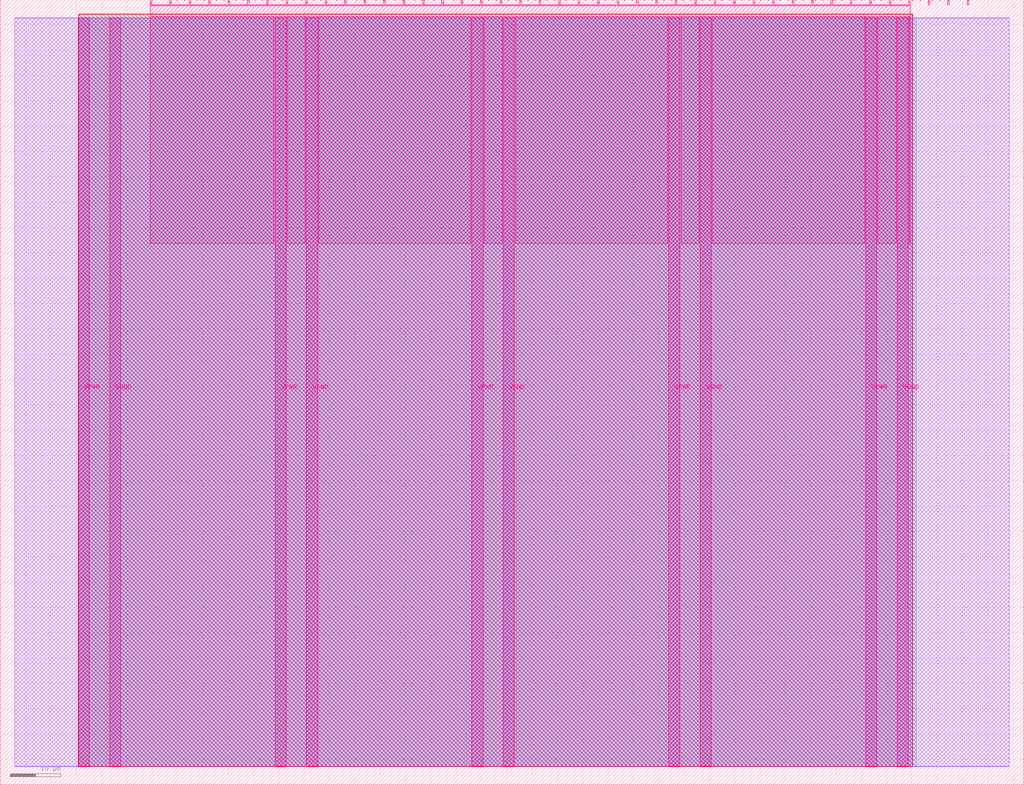
<source format=lef>
VERSION 5.7 ;
  NOWIREEXTENSIONATPIN ON ;
  DIVIDERCHAR "/" ;
  BUSBITCHARS "[]" ;
MACRO tt_um_sign_addsub
  CLASS BLOCK ;
  FOREIGN tt_um_sign_addsub ;
  ORIGIN 0.000 0.000 ;
  SIZE 202.080 BY 154.980 ;
  PIN VGND
    DIRECTION INOUT ;
    USE GROUND ;
    PORT
      LAYER Metal5 ;
        RECT 21.580 3.560 23.780 151.420 ;
    END
    PORT
      LAYER Metal5 ;
        RECT 60.450 3.560 62.650 151.420 ;
    END
    PORT
      LAYER Metal5 ;
        RECT 99.320 3.560 101.520 151.420 ;
    END
    PORT
      LAYER Metal5 ;
        RECT 138.190 3.560 140.390 151.420 ;
    END
    PORT
      LAYER Metal5 ;
        RECT 177.060 3.560 179.260 151.420 ;
    END
  END VGND
  PIN VPWR
    DIRECTION INOUT ;
    USE POWER ;
    PORT
      LAYER Metal5 ;
        RECT 15.380 3.560 17.580 151.420 ;
    END
    PORT
      LAYER Metal5 ;
        RECT 54.250 3.560 56.450 151.420 ;
    END
    PORT
      LAYER Metal5 ;
        RECT 93.120 3.560 95.320 151.420 ;
    END
    PORT
      LAYER Metal5 ;
        RECT 131.990 3.560 134.190 151.420 ;
    END
    PORT
      LAYER Metal5 ;
        RECT 170.860 3.560 173.060 151.420 ;
    END
  END VPWR
  PIN clk
    DIRECTION INPUT ;
    USE SIGNAL ;
    PORT
      LAYER Metal5 ;
        RECT 187.050 153.980 187.350 154.980 ;
    END
  END clk
  PIN ena
    DIRECTION INPUT ;
    USE SIGNAL ;
    PORT
      LAYER Metal5 ;
        RECT 190.890 153.980 191.190 154.980 ;
    END
  END ena
  PIN rst_n
    DIRECTION INPUT ;
    USE SIGNAL ;
    PORT
      LAYER Metal5 ;
        RECT 183.210 153.980 183.510 154.980 ;
    END
  END rst_n
  PIN ui_in[0]
    DIRECTION INPUT ;
    USE SIGNAL ;
    ANTENNAGATEAREA 0.213200 ;
    PORT
      LAYER Metal5 ;
        RECT 179.370 153.980 179.670 154.980 ;
    END
  END ui_in[0]
  PIN ui_in[1]
    DIRECTION INPUT ;
    USE SIGNAL ;
    ANTENNAGATEAREA 0.180700 ;
    PORT
      LAYER Metal5 ;
        RECT 175.530 153.980 175.830 154.980 ;
    END
  END ui_in[1]
  PIN ui_in[2]
    DIRECTION INPUT ;
    USE SIGNAL ;
    ANTENNAGATEAREA 0.180700 ;
    PORT
      LAYER Metal5 ;
        RECT 171.690 153.980 171.990 154.980 ;
    END
  END ui_in[2]
  PIN ui_in[3]
    DIRECTION INPUT ;
    USE SIGNAL ;
    ANTENNAGATEAREA 0.180700 ;
    PORT
      LAYER Metal5 ;
        RECT 167.850 153.980 168.150 154.980 ;
    END
  END ui_in[3]
  PIN ui_in[4]
    DIRECTION INPUT ;
    USE SIGNAL ;
    ANTENNAGATEAREA 0.180700 ;
    PORT
      LAYER Metal5 ;
        RECT 164.010 153.980 164.310 154.980 ;
    END
  END ui_in[4]
  PIN ui_in[5]
    DIRECTION INPUT ;
    USE SIGNAL ;
    ANTENNAGATEAREA 0.180700 ;
    PORT
      LAYER Metal5 ;
        RECT 160.170 153.980 160.470 154.980 ;
    END
  END ui_in[5]
  PIN ui_in[6]
    DIRECTION INPUT ;
    USE SIGNAL ;
    ANTENNAGATEAREA 0.180700 ;
    PORT
      LAYER Metal5 ;
        RECT 156.330 153.980 156.630 154.980 ;
    END
  END ui_in[6]
  PIN ui_in[7]
    DIRECTION INPUT ;
    USE SIGNAL ;
    ANTENNAGATEAREA 0.180700 ;
    PORT
      LAYER Metal5 ;
        RECT 152.490 153.980 152.790 154.980 ;
    END
  END ui_in[7]
  PIN uio_in[0]
    DIRECTION INPUT ;
    USE SIGNAL ;
    ANTENNAGATEAREA 0.213200 ;
    PORT
      LAYER Metal5 ;
        RECT 148.650 153.980 148.950 154.980 ;
    END
  END uio_in[0]
  PIN uio_in[1]
    DIRECTION INPUT ;
    USE SIGNAL ;
    ANTENNAGATEAREA 0.213200 ;
    PORT
      LAYER Metal5 ;
        RECT 144.810 153.980 145.110 154.980 ;
    END
  END uio_in[1]
  PIN uio_in[2]
    DIRECTION INPUT ;
    USE SIGNAL ;
    PORT
      LAYER Metal5 ;
        RECT 140.970 153.980 141.270 154.980 ;
    END
  END uio_in[2]
  PIN uio_in[3]
    DIRECTION INPUT ;
    USE SIGNAL ;
    PORT
      LAYER Metal5 ;
        RECT 137.130 153.980 137.430 154.980 ;
    END
  END uio_in[3]
  PIN uio_in[4]
    DIRECTION INPUT ;
    USE SIGNAL ;
    PORT
      LAYER Metal5 ;
        RECT 133.290 153.980 133.590 154.980 ;
    END
  END uio_in[4]
  PIN uio_in[5]
    DIRECTION INPUT ;
    USE SIGNAL ;
    PORT
      LAYER Metal5 ;
        RECT 129.450 153.980 129.750 154.980 ;
    END
  END uio_in[5]
  PIN uio_in[6]
    DIRECTION INPUT ;
    USE SIGNAL ;
    PORT
      LAYER Metal5 ;
        RECT 125.610 153.980 125.910 154.980 ;
    END
  END uio_in[6]
  PIN uio_in[7]
    DIRECTION INPUT ;
    USE SIGNAL ;
    PORT
      LAYER Metal5 ;
        RECT 121.770 153.980 122.070 154.980 ;
    END
  END uio_in[7]
  PIN uio_oe[0]
    DIRECTION OUTPUT ;
    USE SIGNAL ;
    ANTENNADIFFAREA 0.299200 ;
    PORT
      LAYER Metal5 ;
        RECT 56.490 153.980 56.790 154.980 ;
    END
  END uio_oe[0]
  PIN uio_oe[1]
    DIRECTION OUTPUT ;
    USE SIGNAL ;
    ANTENNADIFFAREA 0.299200 ;
    PORT
      LAYER Metal5 ;
        RECT 52.650 153.980 52.950 154.980 ;
    END
  END uio_oe[1]
  PIN uio_oe[2]
    DIRECTION OUTPUT ;
    USE SIGNAL ;
    ANTENNADIFFAREA 0.299200 ;
    PORT
      LAYER Metal5 ;
        RECT 48.810 153.980 49.110 154.980 ;
    END
  END uio_oe[2]
  PIN uio_oe[3]
    DIRECTION OUTPUT ;
    USE SIGNAL ;
    ANTENNADIFFAREA 0.299200 ;
    PORT
      LAYER Metal5 ;
        RECT 44.970 153.980 45.270 154.980 ;
    END
  END uio_oe[3]
  PIN uio_oe[4]
    DIRECTION OUTPUT ;
    USE SIGNAL ;
    ANTENNADIFFAREA 0.299200 ;
    PORT
      LAYER Metal5 ;
        RECT 41.130 153.980 41.430 154.980 ;
    END
  END uio_oe[4]
  PIN uio_oe[5]
    DIRECTION OUTPUT ;
    USE SIGNAL ;
    ANTENNADIFFAREA 0.299200 ;
    PORT
      LAYER Metal5 ;
        RECT 37.290 153.980 37.590 154.980 ;
    END
  END uio_oe[5]
  PIN uio_oe[6]
    DIRECTION OUTPUT ;
    USE SIGNAL ;
    ANTENNADIFFAREA 0.299200 ;
    PORT
      LAYER Metal5 ;
        RECT 33.450 153.980 33.750 154.980 ;
    END
  END uio_oe[6]
  PIN uio_oe[7]
    DIRECTION OUTPUT ;
    USE SIGNAL ;
    ANTENNADIFFAREA 0.299200 ;
    PORT
      LAYER Metal5 ;
        RECT 29.610 153.980 29.910 154.980 ;
    END
  END uio_oe[7]
  PIN uio_out[0]
    DIRECTION OUTPUT ;
    USE SIGNAL ;
    ANTENNADIFFAREA 0.299200 ;
    PORT
      LAYER Metal5 ;
        RECT 87.210 153.980 87.510 154.980 ;
    END
  END uio_out[0]
  PIN uio_out[1]
    DIRECTION OUTPUT ;
    USE SIGNAL ;
    ANTENNADIFFAREA 0.299200 ;
    PORT
      LAYER Metal5 ;
        RECT 83.370 153.980 83.670 154.980 ;
    END
  END uio_out[1]
  PIN uio_out[2]
    DIRECTION OUTPUT ;
    USE SIGNAL ;
    ANTENNADIFFAREA 0.299200 ;
    PORT
      LAYER Metal5 ;
        RECT 79.530 153.980 79.830 154.980 ;
    END
  END uio_out[2]
  PIN uio_out[3]
    DIRECTION OUTPUT ;
    USE SIGNAL ;
    ANTENNADIFFAREA 0.299200 ;
    PORT
      LAYER Metal5 ;
        RECT 75.690 153.980 75.990 154.980 ;
    END
  END uio_out[3]
  PIN uio_out[4]
    DIRECTION OUTPUT ;
    USE SIGNAL ;
    ANTENNADIFFAREA 0.299200 ;
    PORT
      LAYER Metal5 ;
        RECT 71.850 153.980 72.150 154.980 ;
    END
  END uio_out[4]
  PIN uio_out[5]
    DIRECTION OUTPUT ;
    USE SIGNAL ;
    ANTENNADIFFAREA 0.299200 ;
    PORT
      LAYER Metal5 ;
        RECT 68.010 153.980 68.310 154.980 ;
    END
  END uio_out[5]
  PIN uio_out[6]
    DIRECTION OUTPUT ;
    USE SIGNAL ;
    ANTENNADIFFAREA 0.299200 ;
    PORT
      LAYER Metal5 ;
        RECT 64.170 153.980 64.470 154.980 ;
    END
  END uio_out[6]
  PIN uio_out[7]
    DIRECTION OUTPUT ;
    USE SIGNAL ;
    ANTENNADIFFAREA 0.299200 ;
    PORT
      LAYER Metal5 ;
        RECT 60.330 153.980 60.630 154.980 ;
    END
  END uio_out[7]
  PIN uo_out[0]
    DIRECTION OUTPUT ;
    USE SIGNAL ;
    ANTENNADIFFAREA 0.654800 ;
    PORT
      LAYER Metal5 ;
        RECT 117.930 153.980 118.230 154.980 ;
    END
  END uo_out[0]
  PIN uo_out[1]
    DIRECTION OUTPUT ;
    USE SIGNAL ;
    ANTENNADIFFAREA 0.654800 ;
    PORT
      LAYER Metal5 ;
        RECT 114.090 153.980 114.390 154.980 ;
    END
  END uo_out[1]
  PIN uo_out[2]
    DIRECTION OUTPUT ;
    USE SIGNAL ;
    ANTENNADIFFAREA 0.654800 ;
    PORT
      LAYER Metal5 ;
        RECT 110.250 153.980 110.550 154.980 ;
    END
  END uo_out[2]
  PIN uo_out[3]
    DIRECTION OUTPUT ;
    USE SIGNAL ;
    ANTENNADIFFAREA 0.733200 ;
    PORT
      LAYER Metal5 ;
        RECT 106.410 153.980 106.710 154.980 ;
    END
  END uo_out[3]
  PIN uo_out[4]
    DIRECTION OUTPUT ;
    USE SIGNAL ;
    ANTENNADIFFAREA 0.299200 ;
    PORT
      LAYER Metal5 ;
        RECT 102.570 153.980 102.870 154.980 ;
    END
  END uo_out[4]
  PIN uo_out[5]
    DIRECTION OUTPUT ;
    USE SIGNAL ;
    ANTENNADIFFAREA 0.299200 ;
    PORT
      LAYER Metal5 ;
        RECT 98.730 153.980 99.030 154.980 ;
    END
  END uo_out[5]
  PIN uo_out[6]
    DIRECTION OUTPUT ;
    USE SIGNAL ;
    ANTENNADIFFAREA 0.299200 ;
    PORT
      LAYER Metal5 ;
        RECT 94.890 153.980 95.190 154.980 ;
    END
  END uo_out[6]
  PIN uo_out[7]
    DIRECTION OUTPUT ;
    USE SIGNAL ;
    ANTENNADIFFAREA 0.299200 ;
    PORT
      LAYER Metal5 ;
        RECT 91.050 153.980 91.350 154.980 ;
    END
  END uo_out[7]
  OBS
      LAYER GatPoly ;
        RECT 2.880 3.630 199.200 151.350 ;
      LAYER Metal1 ;
        RECT 2.880 3.560 199.200 151.420 ;
      LAYER Metal2 ;
        RECT 15.515 3.680 180.865 151.300 ;
      LAYER Metal3 ;
        RECT 15.560 3.635 180.100 152.185 ;
      LAYER Metal4 ;
        RECT 15.515 3.680 180.145 152.140 ;
      LAYER Metal5 ;
        RECT 30.120 153.770 33.240 153.980 ;
        RECT 33.960 153.770 37.080 153.980 ;
        RECT 37.800 153.770 40.920 153.980 ;
        RECT 41.640 153.770 44.760 153.980 ;
        RECT 45.480 153.770 48.600 153.980 ;
        RECT 49.320 153.770 52.440 153.980 ;
        RECT 53.160 153.770 56.280 153.980 ;
        RECT 57.000 153.770 60.120 153.980 ;
        RECT 60.840 153.770 63.960 153.980 ;
        RECT 64.680 153.770 67.800 153.980 ;
        RECT 68.520 153.770 71.640 153.980 ;
        RECT 72.360 153.770 75.480 153.980 ;
        RECT 76.200 153.770 79.320 153.980 ;
        RECT 80.040 153.770 83.160 153.980 ;
        RECT 83.880 153.770 87.000 153.980 ;
        RECT 87.720 153.770 90.840 153.980 ;
        RECT 91.560 153.770 94.680 153.980 ;
        RECT 95.400 153.770 98.520 153.980 ;
        RECT 99.240 153.770 102.360 153.980 ;
        RECT 103.080 153.770 106.200 153.980 ;
        RECT 106.920 153.770 110.040 153.980 ;
        RECT 110.760 153.770 113.880 153.980 ;
        RECT 114.600 153.770 117.720 153.980 ;
        RECT 118.440 153.770 121.560 153.980 ;
        RECT 122.280 153.770 125.400 153.980 ;
        RECT 126.120 153.770 129.240 153.980 ;
        RECT 129.960 153.770 133.080 153.980 ;
        RECT 133.800 153.770 136.920 153.980 ;
        RECT 137.640 153.770 140.760 153.980 ;
        RECT 141.480 153.770 144.600 153.980 ;
        RECT 145.320 153.770 148.440 153.980 ;
        RECT 149.160 153.770 152.280 153.980 ;
        RECT 153.000 153.770 156.120 153.980 ;
        RECT 156.840 153.770 159.960 153.980 ;
        RECT 160.680 153.770 163.800 153.980 ;
        RECT 164.520 153.770 167.640 153.980 ;
        RECT 168.360 153.770 171.480 153.980 ;
        RECT 172.200 153.770 175.320 153.980 ;
        RECT 176.040 153.770 179.160 153.980 ;
        RECT 29.660 151.630 179.620 153.770 ;
        RECT 29.660 106.955 54.040 151.630 ;
        RECT 56.660 106.955 60.240 151.630 ;
        RECT 62.860 106.955 92.910 151.630 ;
        RECT 95.530 106.955 99.110 151.630 ;
        RECT 101.730 106.955 131.780 151.630 ;
        RECT 134.400 106.955 137.980 151.630 ;
        RECT 140.600 106.955 170.650 151.630 ;
        RECT 173.270 106.955 176.850 151.630 ;
        RECT 179.470 106.955 179.620 151.630 ;
  END
END tt_um_sign_addsub
END LIBRARY


</source>
